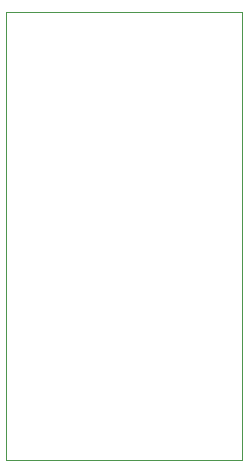
<source format=gbr>
%TF.GenerationSoftware,KiCad,Pcbnew,(7.0.0)*%
%TF.CreationDate,2023-05-12T13:31:25+02:00*%
%TF.ProjectId,funk-transmitter-final,66756e6b-2d74-4726-916e-736d69747465,rev?*%
%TF.SameCoordinates,Original*%
%TF.FileFunction,Glue,Bot*%
%TF.FilePolarity,Positive*%
%FSLAX46Y46*%
G04 Gerber Fmt 4.6, Leading zero omitted, Abs format (unit mm)*
G04 Created by KiCad (PCBNEW (7.0.0)) date 2023-05-12 13:31:25*
%MOMM*%
%LPD*%
G01*
G04 APERTURE LIST*
%ADD10C,0.050000*%
G04 APERTURE END LIST*
D10*
%TO.C,U1*%
X139000000Y-81400000D02*
X159000000Y-81400000D01*
X159000000Y-81400000D02*
X159000000Y-119400000D01*
X159000000Y-119400000D02*
X139000000Y-119400000D01*
X139000000Y-119400000D02*
X139000000Y-81400000D01*
%TD*%
M02*

</source>
